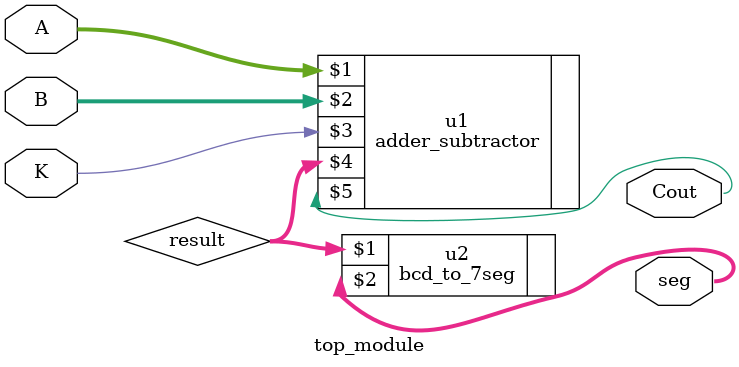
<source format=v>
module top_module(input [3:0] A, B, input K, output [6:0] seg, output Cout);
    wire [3:0] result;
    adder_subtractor u1(A, B, K, result, Cout);
    bcd_to_7seg u2(result, seg);
endmodule

</source>
